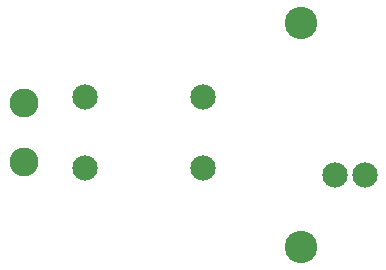
<source format=gbs>
G04 #@! TF.FileFunction,Soldermask,Bot*
%FSLAX46Y46*%
G04 Gerber Fmt 4.6, Leading zero omitted, Abs format (unit mm)*
G04 Created by KiCad (PCBNEW 4.0.1-stable) date 3/11/2016 2:16:34 AM*
%MOMM*%
G01*
G04 APERTURE LIST*
%ADD10C,0.100000*%
%ADD11C,2.150000*%
%ADD12C,2.450000*%
%ADD13C,2.750000*%
G04 APERTURE END LIST*
D10*
D11*
X166870000Y-108600000D03*
X164330000Y-108600000D03*
D12*
X138000000Y-107500000D03*
X138000000Y-102500000D03*
D11*
X143200000Y-102000000D03*
X143200000Y-108000000D03*
X153200000Y-102000000D03*
X153200000Y-108000000D03*
D13*
X161500000Y-95700000D03*
X161500000Y-114700000D03*
M02*

</source>
